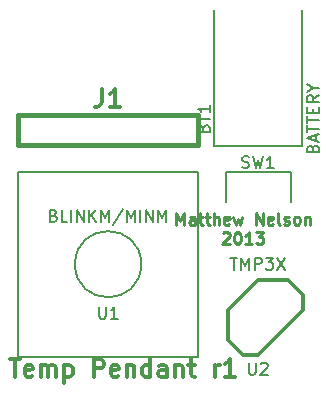
<source format=gto>
G04 (created by PCBNEW (2013-07-07 BZR 4022)-stable) date 10/27/2013 8:58:56 PM*
%MOIN*%
G04 Gerber Fmt 3.4, Leading zero omitted, Abs format*
%FSLAX34Y34*%
G01*
G70*
G90*
G04 APERTURE LIST*
%ADD10C,0.00590551*%
%ADD11C,0.00984252*%
%ADD12C,0.011811*%
%ADD13C,0.012*%
%ADD14C,0.015*%
%ADD15C,0.008*%
G04 APERTURE END LIST*
G54D10*
G54D11*
X84269Y-54159D02*
X84269Y-53765D01*
X84400Y-54046D01*
X84531Y-53765D01*
X84531Y-54159D01*
X84887Y-54159D02*
X84887Y-53953D01*
X84868Y-53915D01*
X84831Y-53896D01*
X84756Y-53896D01*
X84718Y-53915D01*
X84887Y-54140D02*
X84850Y-54159D01*
X84756Y-54159D01*
X84718Y-54140D01*
X84700Y-54103D01*
X84700Y-54065D01*
X84718Y-54028D01*
X84756Y-54009D01*
X84850Y-54009D01*
X84887Y-53990D01*
X85018Y-53896D02*
X85168Y-53896D01*
X85075Y-53765D02*
X85075Y-54103D01*
X85093Y-54140D01*
X85131Y-54159D01*
X85168Y-54159D01*
X85243Y-53896D02*
X85393Y-53896D01*
X85300Y-53765D02*
X85300Y-54103D01*
X85318Y-54140D01*
X85356Y-54159D01*
X85393Y-54159D01*
X85525Y-54159D02*
X85525Y-53765D01*
X85693Y-54159D02*
X85693Y-53953D01*
X85675Y-53915D01*
X85637Y-53896D01*
X85581Y-53896D01*
X85543Y-53915D01*
X85525Y-53934D01*
X86031Y-54140D02*
X85993Y-54159D01*
X85918Y-54159D01*
X85881Y-54140D01*
X85862Y-54103D01*
X85862Y-53953D01*
X85881Y-53915D01*
X85918Y-53896D01*
X85993Y-53896D01*
X86031Y-53915D01*
X86050Y-53953D01*
X86050Y-53990D01*
X85862Y-54028D01*
X86181Y-53896D02*
X86256Y-54159D01*
X86331Y-53971D01*
X86406Y-54159D01*
X86481Y-53896D01*
X86931Y-54159D02*
X86931Y-53765D01*
X87156Y-54159D01*
X87156Y-53765D01*
X87493Y-54140D02*
X87456Y-54159D01*
X87381Y-54159D01*
X87343Y-54140D01*
X87324Y-54103D01*
X87324Y-53953D01*
X87343Y-53915D01*
X87381Y-53896D01*
X87456Y-53896D01*
X87493Y-53915D01*
X87512Y-53953D01*
X87512Y-53990D01*
X87324Y-54028D01*
X87737Y-54159D02*
X87699Y-54140D01*
X87681Y-54103D01*
X87681Y-53765D01*
X87868Y-54140D02*
X87906Y-54159D01*
X87981Y-54159D01*
X88018Y-54140D01*
X88037Y-54103D01*
X88037Y-54084D01*
X88018Y-54046D01*
X87981Y-54028D01*
X87924Y-54028D01*
X87887Y-54009D01*
X87868Y-53971D01*
X87868Y-53953D01*
X87887Y-53915D01*
X87924Y-53896D01*
X87981Y-53896D01*
X88018Y-53915D01*
X88262Y-54159D02*
X88224Y-54140D01*
X88206Y-54121D01*
X88187Y-54084D01*
X88187Y-53971D01*
X88206Y-53934D01*
X88224Y-53915D01*
X88262Y-53896D01*
X88318Y-53896D01*
X88356Y-53915D01*
X88374Y-53934D01*
X88393Y-53971D01*
X88393Y-54084D01*
X88374Y-54121D01*
X88356Y-54140D01*
X88318Y-54159D01*
X88262Y-54159D01*
X88562Y-53896D02*
X88562Y-54159D01*
X88562Y-53934D02*
X88580Y-53915D01*
X88618Y-53896D01*
X88674Y-53896D01*
X88712Y-53915D01*
X88730Y-53953D01*
X88730Y-54159D01*
X85825Y-54452D02*
X85843Y-54434D01*
X85881Y-54415D01*
X85975Y-54415D01*
X86012Y-54434D01*
X86031Y-54452D01*
X86050Y-54490D01*
X86050Y-54527D01*
X86031Y-54583D01*
X85806Y-54808D01*
X86050Y-54808D01*
X86293Y-54415D02*
X86331Y-54415D01*
X86368Y-54434D01*
X86387Y-54452D01*
X86406Y-54490D01*
X86425Y-54565D01*
X86425Y-54658D01*
X86406Y-54733D01*
X86387Y-54771D01*
X86368Y-54790D01*
X86331Y-54808D01*
X86293Y-54808D01*
X86256Y-54790D01*
X86237Y-54771D01*
X86218Y-54733D01*
X86200Y-54658D01*
X86200Y-54565D01*
X86218Y-54490D01*
X86237Y-54452D01*
X86256Y-54434D01*
X86293Y-54415D01*
X86799Y-54808D02*
X86574Y-54808D01*
X86687Y-54808D02*
X86687Y-54415D01*
X86649Y-54471D01*
X86612Y-54508D01*
X86574Y-54527D01*
X86931Y-54415D02*
X87174Y-54415D01*
X87043Y-54565D01*
X87099Y-54565D01*
X87137Y-54583D01*
X87156Y-54602D01*
X87174Y-54640D01*
X87174Y-54733D01*
X87156Y-54771D01*
X87137Y-54790D01*
X87099Y-54808D01*
X86987Y-54808D01*
X86949Y-54790D01*
X86931Y-54771D01*
G54D12*
X78717Y-58648D02*
X79055Y-58648D01*
X78886Y-59239D02*
X78886Y-58648D01*
X79476Y-59210D02*
X79420Y-59239D01*
X79308Y-59239D01*
X79251Y-59210D01*
X79223Y-59154D01*
X79223Y-58929D01*
X79251Y-58873D01*
X79308Y-58845D01*
X79420Y-58845D01*
X79476Y-58873D01*
X79505Y-58929D01*
X79505Y-58985D01*
X79223Y-59042D01*
X79758Y-59239D02*
X79758Y-58845D01*
X79758Y-58901D02*
X79786Y-58873D01*
X79842Y-58845D01*
X79926Y-58845D01*
X79983Y-58873D01*
X80011Y-58929D01*
X80011Y-59239D01*
X80011Y-58929D02*
X80039Y-58873D01*
X80095Y-58845D01*
X80179Y-58845D01*
X80236Y-58873D01*
X80264Y-58929D01*
X80264Y-59239D01*
X80545Y-58845D02*
X80545Y-59435D01*
X80545Y-58873D02*
X80601Y-58845D01*
X80714Y-58845D01*
X80770Y-58873D01*
X80798Y-58901D01*
X80826Y-58957D01*
X80826Y-59126D01*
X80798Y-59182D01*
X80770Y-59210D01*
X80714Y-59239D01*
X80601Y-59239D01*
X80545Y-59210D01*
X81529Y-59239D02*
X81529Y-58648D01*
X81754Y-58648D01*
X81811Y-58676D01*
X81839Y-58704D01*
X81867Y-58760D01*
X81867Y-58845D01*
X81839Y-58901D01*
X81811Y-58929D01*
X81754Y-58957D01*
X81529Y-58957D01*
X82345Y-59210D02*
X82289Y-59239D01*
X82176Y-59239D01*
X82120Y-59210D01*
X82092Y-59154D01*
X82092Y-58929D01*
X82120Y-58873D01*
X82176Y-58845D01*
X82289Y-58845D01*
X82345Y-58873D01*
X82373Y-58929D01*
X82373Y-58985D01*
X82092Y-59042D01*
X82626Y-58845D02*
X82626Y-59239D01*
X82626Y-58901D02*
X82654Y-58873D01*
X82710Y-58845D01*
X82795Y-58845D01*
X82851Y-58873D01*
X82879Y-58929D01*
X82879Y-59239D01*
X83413Y-59239D02*
X83413Y-58648D01*
X83413Y-59210D02*
X83357Y-59239D01*
X83245Y-59239D01*
X83188Y-59210D01*
X83160Y-59182D01*
X83132Y-59126D01*
X83132Y-58957D01*
X83160Y-58901D01*
X83188Y-58873D01*
X83245Y-58845D01*
X83357Y-58845D01*
X83413Y-58873D01*
X83948Y-59239D02*
X83948Y-58929D01*
X83920Y-58873D01*
X83863Y-58845D01*
X83751Y-58845D01*
X83695Y-58873D01*
X83948Y-59210D02*
X83892Y-59239D01*
X83751Y-59239D01*
X83695Y-59210D01*
X83667Y-59154D01*
X83667Y-59098D01*
X83695Y-59042D01*
X83751Y-59014D01*
X83892Y-59014D01*
X83948Y-58985D01*
X84229Y-58845D02*
X84229Y-59239D01*
X84229Y-58901D02*
X84257Y-58873D01*
X84313Y-58845D01*
X84398Y-58845D01*
X84454Y-58873D01*
X84482Y-58929D01*
X84482Y-59239D01*
X84679Y-58845D02*
X84904Y-58845D01*
X84763Y-58648D02*
X84763Y-59154D01*
X84791Y-59210D01*
X84848Y-59239D01*
X84904Y-59239D01*
X85551Y-59239D02*
X85551Y-58845D01*
X85551Y-58957D02*
X85579Y-58901D01*
X85607Y-58873D01*
X85663Y-58845D01*
X85719Y-58845D01*
X86226Y-59239D02*
X85888Y-59239D01*
X86057Y-59239D02*
X86057Y-58648D01*
X86001Y-58732D01*
X85944Y-58789D01*
X85888Y-58817D01*
G54D13*
X87000Y-58500D02*
X88500Y-57000D01*
X88500Y-57000D02*
X88500Y-56500D01*
X88500Y-56500D02*
X88000Y-56000D01*
X88000Y-56000D02*
X87000Y-56000D01*
X87000Y-56000D02*
X86000Y-57000D01*
X86000Y-57000D02*
X86000Y-58000D01*
X86000Y-58000D02*
X86500Y-58500D01*
X86500Y-58500D02*
X87000Y-58500D01*
G54D14*
X79000Y-51500D02*
X85000Y-51500D01*
X85000Y-50500D02*
X79000Y-50500D01*
X79000Y-50500D02*
X79000Y-51500D01*
X85000Y-51500D02*
X85000Y-50500D01*
G54D10*
X85523Y-47000D02*
X85523Y-51527D01*
X85523Y-51527D02*
X88476Y-51527D01*
X88476Y-51527D02*
X88476Y-47000D01*
X83103Y-55480D02*
G75*
G03X83103Y-55480I-1103J0D01*
G74*
G01*
X78988Y-52409D02*
X84992Y-52409D01*
X84992Y-52409D02*
X84992Y-58590D01*
X84992Y-58590D02*
X78988Y-58590D01*
X78988Y-58590D02*
X78988Y-52409D01*
X85917Y-53393D02*
X85917Y-52409D01*
X85917Y-52409D02*
X88082Y-52409D01*
X88082Y-52409D02*
X88082Y-53393D01*
G54D15*
X86695Y-58761D02*
X86695Y-59085D01*
X86714Y-59123D01*
X86733Y-59142D01*
X86771Y-59161D01*
X86847Y-59161D01*
X86885Y-59142D01*
X86904Y-59123D01*
X86923Y-59085D01*
X86923Y-58761D01*
X87095Y-58800D02*
X87114Y-58780D01*
X87152Y-58761D01*
X87247Y-58761D01*
X87285Y-58780D01*
X87304Y-58800D01*
X87323Y-58838D01*
X87323Y-58876D01*
X87304Y-58933D01*
X87076Y-59161D01*
X87323Y-59161D01*
X86076Y-55261D02*
X86304Y-55261D01*
X86190Y-55661D02*
X86190Y-55261D01*
X86438Y-55661D02*
X86438Y-55261D01*
X86571Y-55547D01*
X86704Y-55261D01*
X86704Y-55661D01*
X86895Y-55661D02*
X86895Y-55261D01*
X87047Y-55261D01*
X87085Y-55280D01*
X87104Y-55300D01*
X87123Y-55338D01*
X87123Y-55395D01*
X87104Y-55433D01*
X87085Y-55452D01*
X87047Y-55471D01*
X86895Y-55471D01*
X87257Y-55261D02*
X87504Y-55261D01*
X87371Y-55414D01*
X87428Y-55414D01*
X87466Y-55433D01*
X87485Y-55452D01*
X87504Y-55490D01*
X87504Y-55585D01*
X87485Y-55623D01*
X87466Y-55642D01*
X87428Y-55661D01*
X87314Y-55661D01*
X87276Y-55642D01*
X87257Y-55623D01*
X87638Y-55261D02*
X87904Y-55661D01*
X87904Y-55261D02*
X87638Y-55661D01*
G54D13*
X81800Y-49642D02*
X81800Y-50071D01*
X81771Y-50157D01*
X81714Y-50214D01*
X81628Y-50242D01*
X81571Y-50242D01*
X82400Y-50242D02*
X82057Y-50242D01*
X82228Y-50242D02*
X82228Y-49642D01*
X82171Y-49728D01*
X82114Y-49785D01*
X82057Y-49814D01*
G54D10*
X85181Y-50951D02*
X85200Y-50894D01*
X85218Y-50876D01*
X85256Y-50857D01*
X85312Y-50857D01*
X85350Y-50876D01*
X85368Y-50894D01*
X85387Y-50932D01*
X85387Y-51082D01*
X84994Y-51082D01*
X84994Y-50951D01*
X85012Y-50913D01*
X85031Y-50894D01*
X85068Y-50876D01*
X85106Y-50876D01*
X85143Y-50894D01*
X85162Y-50913D01*
X85181Y-50951D01*
X85181Y-51082D01*
X84994Y-50744D02*
X84994Y-50519D01*
X85387Y-50632D02*
X84994Y-50632D01*
X85387Y-50182D02*
X85387Y-50407D01*
X85387Y-50294D02*
X84994Y-50294D01*
X85050Y-50332D01*
X85087Y-50369D01*
X85106Y-50407D01*
X88823Y-51625D02*
X88841Y-51569D01*
X88860Y-51550D01*
X88898Y-51532D01*
X88954Y-51532D01*
X88991Y-51550D01*
X89010Y-51569D01*
X89029Y-51607D01*
X89029Y-51757D01*
X88635Y-51757D01*
X88635Y-51625D01*
X88654Y-51588D01*
X88673Y-51569D01*
X88710Y-51550D01*
X88748Y-51550D01*
X88785Y-51569D01*
X88804Y-51588D01*
X88823Y-51625D01*
X88823Y-51757D01*
X88916Y-51382D02*
X88916Y-51194D01*
X89029Y-51419D02*
X88635Y-51288D01*
X89029Y-51157D01*
X88635Y-51082D02*
X88635Y-50857D01*
X89029Y-50969D02*
X88635Y-50969D01*
X88635Y-50782D02*
X88635Y-50557D01*
X89029Y-50669D02*
X88635Y-50669D01*
X88823Y-50426D02*
X88823Y-50294D01*
X89029Y-50238D02*
X89029Y-50426D01*
X88635Y-50426D01*
X88635Y-50238D01*
X89029Y-49844D02*
X88841Y-49976D01*
X89029Y-50069D02*
X88635Y-50069D01*
X88635Y-49919D01*
X88654Y-49882D01*
X88673Y-49863D01*
X88710Y-49844D01*
X88766Y-49844D01*
X88804Y-49863D01*
X88823Y-49882D01*
X88841Y-49919D01*
X88841Y-50069D01*
X88841Y-49601D02*
X89029Y-49601D01*
X88635Y-49732D02*
X88841Y-49601D01*
X88635Y-49470D01*
X81700Y-56899D02*
X81700Y-57218D01*
X81718Y-57255D01*
X81737Y-57274D01*
X81775Y-57293D01*
X81850Y-57293D01*
X81887Y-57274D01*
X81906Y-57255D01*
X81925Y-57218D01*
X81925Y-56899D01*
X82318Y-57293D02*
X82093Y-57293D01*
X82206Y-57293D02*
X82206Y-56899D01*
X82168Y-56955D01*
X82131Y-56993D01*
X82093Y-57011D01*
X80190Y-53858D02*
X80247Y-53877D01*
X80265Y-53896D01*
X80284Y-53933D01*
X80284Y-53989D01*
X80265Y-54027D01*
X80247Y-54046D01*
X80209Y-54064D01*
X80059Y-54064D01*
X80059Y-53671D01*
X80190Y-53671D01*
X80228Y-53689D01*
X80247Y-53708D01*
X80265Y-53746D01*
X80265Y-53783D01*
X80247Y-53821D01*
X80228Y-53839D01*
X80190Y-53858D01*
X80059Y-53858D01*
X80640Y-54064D02*
X80453Y-54064D01*
X80453Y-53671D01*
X80772Y-54064D02*
X80772Y-53671D01*
X80959Y-54064D02*
X80959Y-53671D01*
X81184Y-54064D01*
X81184Y-53671D01*
X81371Y-54064D02*
X81371Y-53671D01*
X81596Y-54064D02*
X81428Y-53839D01*
X81596Y-53671D02*
X81371Y-53896D01*
X81765Y-54064D02*
X81765Y-53671D01*
X81896Y-53952D01*
X82028Y-53671D01*
X82028Y-54064D01*
X82496Y-53652D02*
X82159Y-54158D01*
X82628Y-54064D02*
X82628Y-53671D01*
X82759Y-53952D01*
X82890Y-53671D01*
X82890Y-54064D01*
X83077Y-54064D02*
X83077Y-53671D01*
X83265Y-54064D02*
X83265Y-53671D01*
X83490Y-54064D01*
X83490Y-53671D01*
X83677Y-54064D02*
X83677Y-53671D01*
X83809Y-53952D01*
X83940Y-53671D01*
X83940Y-54064D01*
X86475Y-52254D02*
X86531Y-52273D01*
X86625Y-52273D01*
X86662Y-52254D01*
X86681Y-52236D01*
X86700Y-52198D01*
X86700Y-52161D01*
X86681Y-52123D01*
X86662Y-52104D01*
X86625Y-52086D01*
X86550Y-52067D01*
X86512Y-52048D01*
X86493Y-52029D01*
X86475Y-51992D01*
X86475Y-51954D01*
X86493Y-51917D01*
X86512Y-51898D01*
X86550Y-51879D01*
X86643Y-51879D01*
X86700Y-51898D01*
X86831Y-51879D02*
X86925Y-52273D01*
X87000Y-51992D01*
X87074Y-52273D01*
X87168Y-51879D01*
X87524Y-52273D02*
X87299Y-52273D01*
X87412Y-52273D02*
X87412Y-51879D01*
X87374Y-51936D01*
X87337Y-51973D01*
X87299Y-51992D01*
M02*

</source>
